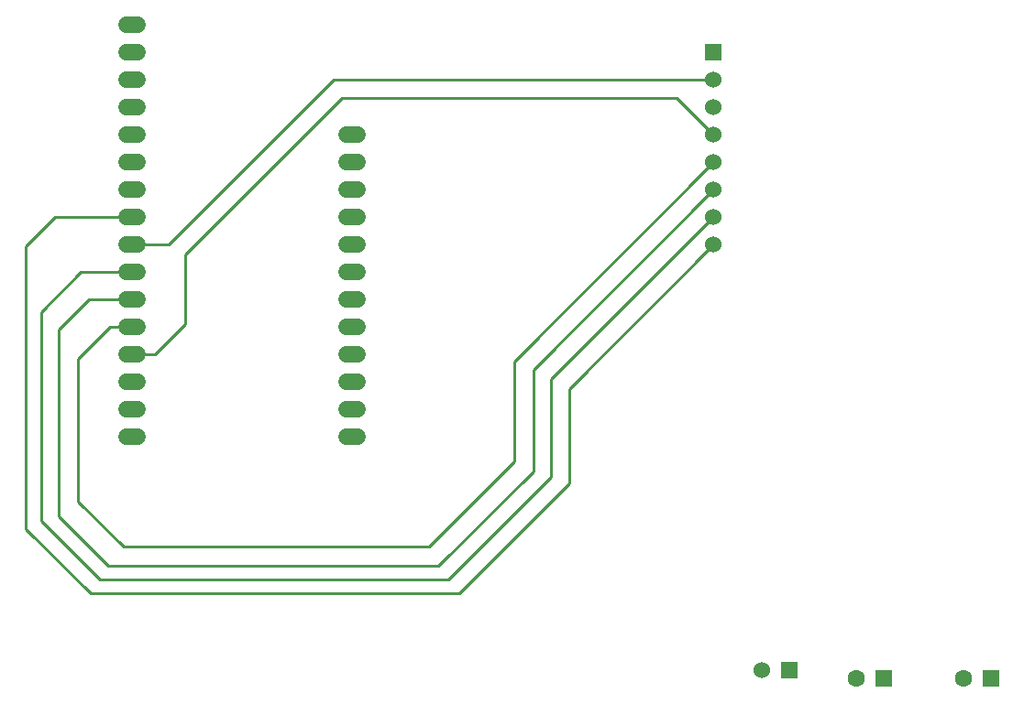
<source format=gbl>
G04 Layer: BottomLayer*
G04 EasyEDA v6.4.19.5, 2021-05-20T10:28:44+07:00*
G04 27e653f2f64e4e94b3cc02e3c5d75013,8de9fd2be1ea41df81dd73b3f080cf7e,10*
G04 Gerber Generator version 0.2*
G04 Scale: 100 percent, Rotated: No, Reflected: No *
G04 Dimensions in millimeters *
G04 leading zeros omitted , absolute positions ,4 integer and 5 decimal *
%FSLAX45Y45*%
%MOMM*%

%ADD10C,0.2540*%
%ADD13R,1.6000X1.6000*%
%ADD14C,1.6000*%
%ADD15R,1.5240X1.5240*%
%ADD16C,1.5240*%

%LPD*%
D10*
X7213600Y6299200D02*
G01*
X5372100Y4457700D01*
X5372100Y3530600D01*
X4584700Y2743200D01*
X1765300Y2743200D01*
X1346200Y3162300D01*
X1346200Y4483100D01*
X1638300Y4775200D01*
X1841500Y4775200D01*
X7213600Y6553200D02*
G01*
X6870700Y6896100D01*
X3784600Y6896100D01*
X2336800Y5448300D01*
X2336800Y4800600D01*
X2057400Y4521200D01*
X1841500Y4521200D01*
X7213600Y6045200D02*
G01*
X5549900Y4381500D01*
X5549900Y3441700D01*
X4673600Y2565400D01*
X1625600Y2565400D01*
X1168400Y3022600D01*
X1168400Y4749800D01*
X1447800Y5029200D01*
X1841500Y5029200D01*
X7213600Y7061200D02*
G01*
X3708400Y7061200D01*
X2184400Y5537200D01*
X1841500Y5537200D01*
X7213600Y5791200D02*
G01*
X5715000Y4292600D01*
X5715000Y3390900D01*
X4762500Y2438400D01*
X1549400Y2438400D01*
X1003300Y2984500D01*
X1003300Y4914900D01*
X1371600Y5283200D01*
X1841500Y5283200D01*
X7213600Y5537200D02*
G01*
X5880100Y4203700D01*
X5880100Y3327400D01*
X4864100Y2311400D01*
X1460500Y2311400D01*
X863600Y2908300D01*
X863600Y5524500D01*
X1130300Y5791200D01*
X1841500Y5791200D01*
D13*
G01*
X8788400Y1524000D03*
D14*
G01*
X8534400Y1524000D03*
D15*
G01*
X7912100Y1600200D03*
D16*
G01*
X7658100Y1600200D03*
D13*
G01*
X9779000Y1524000D03*
D14*
G01*
X9525000Y1524000D03*
G36*
X7137400Y7391400D02*
G01*
X7289800Y7391400D01*
X7289800Y7239000D01*
X7137400Y7239000D01*
G37*
D16*
G01*
X7213600Y7061200D03*
G01*
X7213600Y6807200D03*
G01*
X7213600Y6553200D03*
G01*
X7213600Y6299200D03*
G01*
X7213600Y6045200D03*
G01*
X7213600Y5791200D03*
G01*
X7213600Y5537200D03*
X1790700Y7569200D02*
G01*
X1892300Y7569200D01*
X1790700Y7315200D02*
G01*
X1892300Y7315200D01*
X1790700Y7061200D02*
G01*
X1892300Y7061200D01*
X1790700Y6807200D02*
G01*
X1892300Y6807200D01*
X1790700Y6553200D02*
G01*
X1892300Y6553200D01*
X1790700Y6299200D02*
G01*
X1892300Y6299200D01*
X1790700Y6045200D02*
G01*
X1892300Y6045200D01*
X1790700Y5791200D02*
G01*
X1892300Y5791200D01*
X1790700Y5537200D02*
G01*
X1892300Y5537200D01*
X1790700Y5283200D02*
G01*
X1892300Y5283200D01*
X1790700Y5029200D02*
G01*
X1892300Y5029200D01*
X1790700Y4775200D02*
G01*
X1892300Y4775200D01*
X1790700Y4521200D02*
G01*
X1892300Y4521200D01*
X1790700Y4267200D02*
G01*
X1892300Y4267200D01*
X1790700Y4013200D02*
G01*
X1892300Y4013200D01*
X1790700Y3759200D02*
G01*
X1892300Y3759200D01*
X3822700Y3759200D02*
G01*
X3924300Y3759200D01*
X3822700Y4013200D02*
G01*
X3924300Y4013200D01*
X3822700Y4267200D02*
G01*
X3924300Y4267200D01*
X3822700Y4521200D02*
G01*
X3924300Y4521200D01*
X3822700Y4775200D02*
G01*
X3924300Y4775200D01*
X3822700Y5029200D02*
G01*
X3924300Y5029200D01*
X3822700Y5283200D02*
G01*
X3924300Y5283200D01*
X3822700Y5537200D02*
G01*
X3924300Y5537200D01*
X3822700Y5791200D02*
G01*
X3924300Y5791200D01*
X3822700Y6045200D02*
G01*
X3924300Y6045200D01*
X3822700Y6299200D02*
G01*
X3924300Y6299200D01*
X3822700Y6553200D02*
G01*
X3924300Y6553200D01*
M02*

</source>
